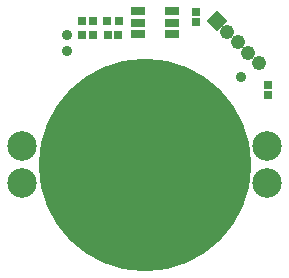
<source format=gbs>
G04 Layer_Color=16711935*
%FSLAX25Y25*%
%MOIN*%
G70*
G01*
G75*
%ADD33C,0.09855*%
%ADD34C,0.04761*%
G04:AMPARAMS|DCode=35|XSize=47.59mil|YSize=47.61mil|CornerRadius=0mil|HoleSize=0mil|Usage=FLASHONLY|Rotation=315.000|XOffset=0mil|YOffset=0mil|HoleType=Round|Shape=Rectangle|*
%AMROTATEDRECTD35*
4,1,4,-0.03366,-0.00001,0.00001,0.03366,0.03366,0.00001,-0.00001,-0.03366,-0.03366,-0.00001,0.0*
%
%ADD35ROTATEDRECTD35*%

%ADD36C,0.03500*%
%ADD37C,0.70879*%
%ADD38R,0.02769X0.03162*%
%ADD39R,0.02965X0.03162*%
%ADD40R,0.03162X0.02965*%
%ADD41R,0.05131X0.03162*%
D33*
X40945Y-15905D02*
D03*
Y-3701D02*
D03*
X-40945Y-15905D02*
D03*
Y-3701D02*
D03*
D34*
X34607Y27393D02*
D03*
X31071Y30929D02*
D03*
X38142Y23858D02*
D03*
X27536Y34464D02*
D03*
D35*
X24000Y38000D02*
D03*
D36*
X-26000Y33500D02*
D03*
Y28000D02*
D03*
X1000Y22500D02*
D03*
X32000Y19500D02*
D03*
D37*
X0Y-10000D02*
D03*
D38*
X-8531Y38000D02*
D03*
X-12468D02*
D03*
X-17031Y33500D02*
D03*
X-20968D02*
D03*
D39*
X17000Y37827D02*
D03*
Y41173D02*
D03*
X41000Y16673D02*
D03*
Y13327D02*
D03*
D40*
X-17327Y38000D02*
D03*
X-20673D02*
D03*
X-8827Y33500D02*
D03*
X-12173D02*
D03*
D41*
X9012Y41240D02*
D03*
Y33760D02*
D03*
Y37500D02*
D03*
X-2012D02*
D03*
Y41240D02*
D03*
Y33760D02*
D03*
M02*

</source>
